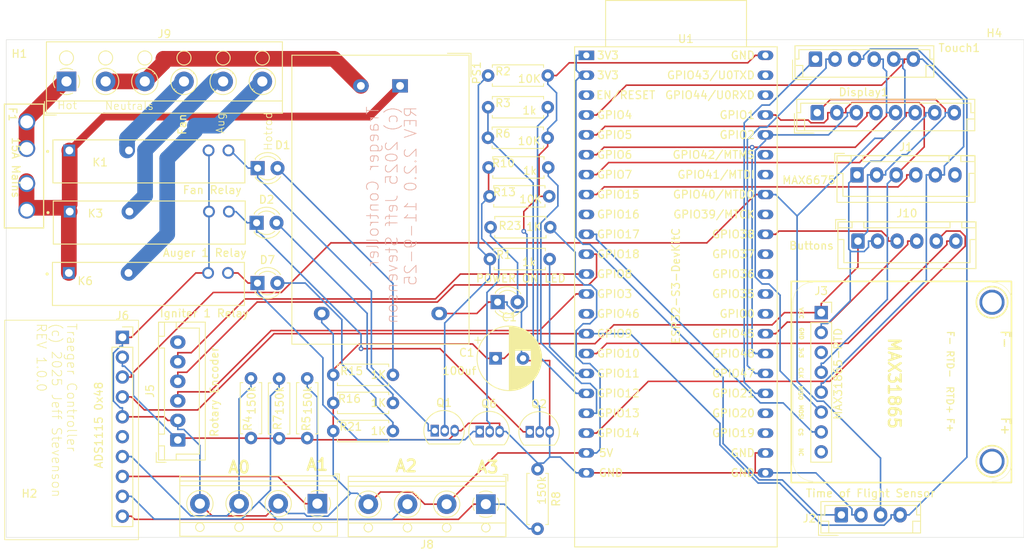
<source format=kicad_pcb>
(kicad_pcb (version 20240108) (generator "pcbnew") (generator_version "8.0")
  (layers (0 "F.Cu" signal) (31 "B.Cu" signal) (34 "B.Paste" user) (35 "F.Paste" user) (36 "B.SilkS" user "B.Silkscreen") (37 "F.SilkS" user "F.Silkscreen") (38 "B.Mask" user) (39 "F.Mask" user) (44 "Edge.Cuts" user))
  (net 0 "")
  (net 1 "PWR")
  (net 2 "FAN")
  (net 3 "GND")
  (net 4 "Net-(D1-K)")
  (net 5 "Net-(Q1-B)")
  (net 6 "Net-(D1-A)")
  (net 7 "Net-(Q2-B)")
  (net 8 "Net-(D2-A)")
  (net 9 "ADC1_A3")
  (net 10 "Net-(D2-K)")
  (net 11 "ADC1_A1")
  (net 13 "ADC1_A2")
  (net 14 "ADC1_A0")
  (net 15 "Net-(Q6-B)")
  (net 16 "AUG1")
  (net 17 "IGN1")
  (net 18 "R_AUG1")
  (net 19 "R_IGN1")
  (net 20 "Touch_T_IRQ")
  (net 21 "MOSI_SDI")
  (net 22 "CS_MAX6675")
  (net 23 "MISO_SDO")
  (net 25 "3V3")
  (net 26 "TEMP DOWN")
  (net 27 "POWER SW")
  (net 28 "SMOKE SW")
  (net 29 "TEMP UP")
  (net 31 "R_FANS")
  (net 32 "SDA")
  (net 33 "SCL")
  (net 34 "Touch_T_CS")
  (net 35 "Disp_SCK+Touch_CLK")
  (net 36 "Disp_D{slash}C")
  (net 37 "Disp_CS")
  (net 38 "Disp_RESET")
  (net 39 "MAX31865_CS")
  (net 41 "VCC")
  (net 42 "Net-(J9-Pin_1)")
  (net 45 "PWR-N")
  (net 47 "Net-(D7-K)")
  (net 48 "Net-(D7-A)")
  (net 56 "Rotarty - SW")
  (net 57 "Rotary pin_b")
  (net 58 "Rotary pin_a")
  (net 59 "Net-(D9-A)")
  (footprint "Resistor_THT:R_Axial_DIN0207_L6.3mm_D2.5mm_P7.62mm_Horizontal" (layer "F.Cu") (at 171.68 63.69)
    (property "Reference" "R6")
    (property "Value" "10K")
  )
  (footprint "MountingHole:MountingHole_3.2mm_M3" (layer "F.Cu") (at 113.12 111.64)
    (property "Reference" "H2")
    (property "Value" "MH")
  )
  (footprint "Fuse:Fuse Block 3544-2_KEYSTONE" (layer "F.Cu") (at 112.81 61.658 -90)
    (property "Reference" "F1")
    (property "Value" "15A Mains")
  )
  (footprint "LED_THT:LED_D3.0mm" (layer "F.Cu") (at 142.26 82.25)
    (property "Reference" "D7")
    (property "Value" "LED")
  )
  (footprint "LED_THT:LED_D3.0mm" (layer "F.Cu") (at 142.28 67.57)
    (property "Reference" "D1")
    (property "Value" "LED")
  )
  (footprint "Resistor_THT:R_Axial_DIN0207_L6.3mm_D2.5mm_P7.62mm_Horizontal" (layer "F.Cu") (at 179.63 75.12 180)
    (property "Reference" "R23")
    (property "Value" "1K")
  )
  (footprint "TerminalBlock_RND:TerminalBlock_RND_205-00014_1x04_P5.00mm_Horizontal" (layer "F.Cu") (at 149.91 110.44 180)
    (property "Reference" "J7" (hide yes))
    (property "Value" "Temp Sensors")
  )
  (footprint "Resistor_THT:R_Axial_DIN0207_L6.3mm_D2.5mm_P7.62mm_Horizontal" (layer "F.Cu") (at 151.93 97.565)
    (property "Reference" "R16")
    (property "Value" "1K")
  )
  (footprint "Connector_JST:JST_XH_B6B-XH-A_1x06_P2.50mm_Vertical" (layer "F.Cu") (at 132.09 102.3 90)
    (property "Reference" "J5")
    (property "Value" "Rotary Encoder")
  )
  (footprint "PCM_Espressif:ESP32-S3-DevKitC" (layer "F.Cu") (at 184.24 53.16)
    (property "Reference" "U1")
    (property "Value" "ESP32-S3-DevKitC")
  )
  (footprint "Connector_JST:JST_XH_B6B-XH-A_1x06_P2.50mm_Vertical" (layer "F.Cu") (at 218.79 68.43)
    (property "Reference" "J1")
    (property "Value" "MAX6675")
  )
  (footprint "Connector_PinSocket_2.54mm:PinSocket_1x10_P2.54mm_Vertical" (layer "F.Cu") (at 125.02 89.18)
    (property "Reference" "J6")
    (property "Value" "ADS1115 0x48")
  )
  (footprint "Relay_THT:RELAY_G3MB-202PDC5" (layer "F.Cu") (at 128.34 82.36)
    (property "Reference" "K6")
    (property "Value" "Igniter 1 Relay")
  )
  (footprint "MOUNTINGHOLE_2.5_PLATED" (layer "F.Cu") (at 236.02 105.0201 -90)
    (property "Reference" "U$19" (hide yes))
    (property "Value" "MOUNTINGHOLE2.5" (hide yes))
  )
  (footprint "Resistor_THT:R_Axial_DIN0207_L6.3mm_D2.5mm_P7.62mm_Horizontal" (layer "F.Cu") (at 141.43 102.05 90)
    (property "Reference" "R4" (hide yes))
    (property "Value" "150k")
  )
  (footprint "Resistor_THT:R_Axial_DIN0207_L6.3mm_D2.5mm_P7.62mm_Horizontal" (layer "F.Cu") (at 145.02 102.09 90)
    (property "Reference" "R7" (hide yes))
    (property "Value" "150k")
  )
  (footprint "Package_TO_SOT_THT:TO-92L_Inline" (layer "F.Cu") (at 170.627 101.22)
    (property "Reference" "Q6")
    (property "Value" "BC547")
  )
  (footprint "TerminalBlock_RND:TerminalBlock_RND_205-00005_1x06_P5.00mm_Horizontal" (layer "F.Cu") (at 117.88 56.49)
    (property "Reference" "J9")
    (property "Value" "Conn_01x06_Socket")
  )
  (footprint "MOUNTINGHOLE_2.5_PLATED" (layer "F.Cu") (at 236.02 84.7001 -90)
    (property "Reference" "U$18" (hide yes))
    (property "Value" "MOUNTINGHOLE2.5" (hide yes))
  )
  (footprint "Relay_THT:RELAY_G3MB-202PDC5" (layer "F.Cu") (at 128.45 74.52)
    (property "Reference" "K3")
    (property "Value" "Auger 1 Relay")
  )
  (footprint "Relay_THT:RELAY_G3MB-202PDC5" (layer "F.Cu") (at 128.4 66.71)
    (property "Reference" "K1")
    (property "Value" "Fan Relay")
  )
  (footprint "TerminalBlock_RND:TerminalBlock_RND_205-00014_1x04_P5.00mm_Horizontal" (layer "F.Cu") (at 171.41 110.5 180)
    (property "Reference" "J8")
    (property "Value" "Temp Sensors")
  )
  (footprint "Resistor_THT:R_Axial_DIN0207_L6.3mm_D2.5mm_P7.62mm_Horizontal" (layer "F.Cu") (at 171.7 55.74)
    (property "Reference" "R2")
    (property "Value" "10K")
  )
  (footprint "Connector_JST:JST_EH_B6B-EH-A_1x06_P2.50mm_Vertical" (layer "F.Cu") (at 213.48 53.64)
    (property "Reference" "Touch1")
    (property "Value" "Conn_01x06_Socket" (hide yes))
  )
  (footprint "LED_THT:LED_D3.0mm" (layer "F.Cu") (at 142.15 74.55)
    (property "Reference" "D2")
    (property "Value" "LED")
  )
  (footprint "Resistor_THT:R_Axial_DIN0207_L6.3mm_D2.5mm_P7.62mm_Horizontal" (layer "F.Cu") (at 151.93 101.155)
    (property "Reference" "R21")
    (property "Value" "1K")
  )
  (footprint "Resistor_THT:R_Axial_DIN0207_L6.3mm_D2.5mm_P7.62mm_Horizontal" (layer "F.Cu") (at 171.7 59.79)
    (property "Reference" "R3")
    (property "Value" "1k")
  )
  (footprint "Package_TO_SOT_THT:TO-92L_Inline" (layer "F.Cu") (at 177.017 101.26)
    (property "Reference" "Q2")
    (property "Value" "BC547")
  )
  (footprint "Connector_PinSocket_2.54mm:PinSocket_1x08_P2.54mm_Vertical" (layer "F.Cu") (at 214.22 86.03)
    (property "Reference" "J3")
    (property "Value" "MAX31865-RTD")
  )
  (footprint "Converter_ACDC:Converter_ACDC_Hi-Link_HLK-PMxx" (layer "F.Cu") (at 160.46 57.06 -90)
    (property "Reference" "PS1")
    (property "Value" "HLK-PM01" (hide yes))
  )
  (footprint "Package_TO_SOT_THT:TO-92L_Inline" (layer "F.Cu") (at 164.887 101.11)
    (property "Reference" "Q1")
    (property "Value" "BC547")
  )
  (footprint "Resistor_THT:R_Axial_DIN0207_L6.3mm_D2.5mm_P7.62mm_Horizontal" (layer "F.Cu") (at 178.01 106.03 -90)
    (property "Reference" "R8")
    (property "Value" "150k")
  )
  (footprint "MountingHole:MountingHole_3.2mm_M3" (layer "F.Cu") (at 112.87 55.05)
    (property "Reference" "H1")
    (property "Value" "MH")
  )
  (footprint "LED_THT:LED_D3.0mm" (layer "F.Cu") (at 172.92 84.68)
    (property "Reference" "D9" (hide yes))
    (property "Value" "POWER ON LED")
  )
  (footprint "Resistor_THT:R_Axial_DIN0207_L6.3mm_D2.5mm_P7.62mm_Horizontal" (layer "F.Cu") (at 171.76 67.48)
    (property "Reference" "R10")
    (property "Value" "1k")
  )
  (footprint "Resistor_THT:R_Axial_DIN0207_L6.3mm_D2.5mm_P7.62mm_Horizontal" (layer "F.Cu") (at 171.88 71.17)
    (property "Reference" "R13")
    (property "Value" "10K")
  )
  (footprint "Connector_JST:JST_EH_B8B-EH-A_1x08_P2.50mm_Vertical" (layer "F.Cu") (at 213.71 60.48)
    (property "Reference" "Display1")
    (property "Value" "Conn_01x08_Socket" (hide yes))
  )
  (footprint "Connector_JST:JST_EH_B4B-EH-A_1x04_P2.50mm_Vertical" (layer "F.Cu") (at 216.79 111.87)
    (property "Reference" "J2")
    (property "Value" "Time of Flight Sensor")
  )
  (footprint "Resistor_THT:R_Axial_DIN0207_L6.3mm_D2.5mm_P7.62mm_Horizontal" (layer "F.Cu") (at 151.93 93.975)
    (property "Reference" "R15")
    (property "Value" "1K")
  )
  (footprint "MountingHole:MountingHole_3.2mm_M3" (layer "F.Cu") (at 236.31 54.52)
    (property "Reference" "H4")
    (property "Value" "MH")
  )
  (footprint "MountingHole:MountingHole_3.2mm_M3" (layer "F.Cu") (at 236.64 111.53)
    (property "Reference" "H3" (hide yes))
    (property "Value" "MH" (hide yes))
  )
  (footprint "Resistor_THT:R_Axial_DIN0207_L6.3mm_D2.5mm_P7.62mm_Horizontal" (layer "F.Cu") (at 171.93 79.19)
    (property "Reference" "R1")
    (property "Value" "1k")
  )
  (footprint "Resistor_THT:R_Axial_DIN0207_L6.3mm_D2.5mm_P7.62mm_Horizontal" (layer "F.Cu") (at 148.61 102.06 90)
    (property "Reference" "R5" (hide yes))
    (property "Value" "150k")
  )
  (footprint "Connector_JST:JST_XH_B6B-XH-A_1x06_P2.50mm_Vertical" (layer "F.Cu") (at 218.91 76.89)
    (property "Reference" "J10")
    (property "Value" "Buttons")
  )
  (footprint "Capacitor_THT:CP_Radial_D8.0mm_P3.50mm" (layer "F.Cu") (at 172.6573 91.87)
    (property "Reference" "C1")
    (property "Value" "100uf")
  )
  (gr_rect (start 109.99 87) (end 127.07288 115.04288) (stroke (width 0.1)) (fill none) (layer "F.SilkS"))
  (gr_arc (start 238.560102 105.020102) (mid 237.816094 106.816094) (end 236.020102 107.560102) (stroke (width 0.05)) (layer "F.SilkS"))
  (gr_rect (start 210.399051 82.036153) (end 238.499051 107.736153) (stroke (width 0.2)) (fill none) (layer "F.SilkS"))
  (gr_arc (start 213.160102 107.560102) (mid 211.364019 106.816183) (end 210.620102 105.020102) (stroke (width 0.05)) (layer "F.SilkS"))
  (gr_arc (start 236.020102 82.160102) (mid 237.816122 82.904081) (end 238.560102 84.700102) (stroke (width 0.05)) (layer "F.SilkS"))
  (gr_line (start 210.620102 84.700102) (end 210.620102 105.020102) (stroke (width 0.05)) (layer "F.SilkS"))
  (gr_arc (start 210.620102 84.700102) (mid 211.364021 82.904021) (end 213.160102 82.160102) (stroke (width 0.05)) (layer "F.SilkS"))
  (gr_line (start 238.560102 105.020102) (end 238.560102 84.700102) (stroke (width 0.05)) (layer "F.SilkS"))
  (gr_rect (start 110.2 51.16) (end 240.1 114.75) (stroke (width 0.05)) (fill none) (layer "Edge.Cuts"))
  (gr_text "Traeger Controller\n(c) 2025 Jeff Stevenson\nREV 2.2.0 11-9-25" (at 162.69 59.57 90) (layer "B.SilkS") (effects (font (size 1.5 1.5) (thickness 0.1)) (justify left bottom mirror)))
  (gr_text "A2" (at 159.69 106.49 0) (layer "F.SilkS") (effects (font (size 1.5 1.5) (thickness 0.3) (bold yes)) (justify left bottom)))
  (gr_text "Neutrals" (at 122.72 60.2 0) (layer "F.SilkS") (effects (font (size 1 1) (thickness 0.1)) (justify left bottom)))
  (gr_text "3v3" (at 211.65 91.14 -90) (layer "F.SilkS") (effects (font (size 0.5 0.5) (thickness 0.125))))
  (gr_text "RTD+" (at 230.659051 97.186153 -90) (layer "F.SilkS") (effects (font (size 0.87376 0.87376) (thickness 0.14224))))
  (gr_text "Hotrod" (at 144.21 65.41 90) (layer "F.SilkS") (effects (font (size 1 1) (thickness 0.1)) (justify left bottom)))
  (gr_text "CLK" (at 211.636102 93.717102 -90) (layer "F.SilkS") (effects (font (size 0.5 0.5) (thickness 0.125))))
  (gr_text "RTD-" (at 230.689051 92.596153 -90) (layer "F.SilkS") (effects (font (size 0.87376 0.87376) (thickness 0.14224))))
  (gr_text "Aug" (at 138.11 63.22 90) (layer "F.SilkS") (effects (font (size 1 1) (thickness 0.1)) (justify left bottom)))
  (gr_text "MAX31865" (at 222.663702 89.069002 -90) (layer "F.SilkS") (effects (font (size 1.5 1.5) (thickness 0.3) (bold yes)) (justify left bottom)))
  (gr_text "NC" (at 211.643702 103.859002 -90) (layer "F.SilkS") (effects (font (size 0.5 0.5) (thickness 0.125))))
  (gr_text "Traeger Controller\n(c) 2025 Jeff Stevenson\nREV 1.0.0" (at 113.98 87.3 270) (layer "F.SilkS") (effects (font (size 1.2 1.2) (thickness 0.1)) (justify left bottom)))
  (gr_text "Hot" (at 116.64 60.12 0) (layer "F.SilkS") (effects (font (size 1 1) (thickness 0.1)) (justify left bottom)))
  (gr_text "CS" (at 211.593702 101.289002 -90) (layer "F.SilkS") (effects (font (size 0.5 0.5) (thickness 0.125))))
  (gr_text "F-" (at 230.709051 89.276153 -90) (layer "F.SilkS") (effects (font (size 0.8636 0.8636) (thickness 0.1524))))
  (gr_text "MOSI" (at 211.643702 98.729002 -90) (layer "F.SilkS") (effects (font (size 0.5 0.5) (thickness 0.125))))
  (gr_text "VCC" (at 211.673702 86.089002 -90) (layer "F.SilkS") (effects (font (size 0.5 0.5) (thickness 0.125))))
  (gr_text "F+" (at 237.743702 100.529002 -90) (layer "F.SilkS") (effects (font (size 1.0922 1.0922) (thickness 0.1778))))
  (gr_text "Fan" (at 133.24 63.41 90) (layer "F.SilkS") (effects (font (size 1 1)) (justify left bottom)))
  (gr_text "F+" (at 230.709051 100.396153 -90) (layer "F.SilkS") (effects (font (size 0.8636 0.8636) (thickness 0.1524))))
  (gr_text "A0" (at 138.36 106.66 0) (layer "F.SilkS") (effects (font (size 1.5 1.5) (thickness 0.3) (bold yes)) (justify left bottom)))
  (gr_text "MISO" (at 211.583702 96.279002 -90) (layer "F.SilkS") (effects (font (size 0.5 0.5) (thickness 0.125) (bold yes))))
  (gr_text "A1" (at 148.33 106.32 0) (layer "F.SilkS") (effects (font (size 1.5 1.5) (thickness 0.3) (bold yes)) (justify left bottom)))
  (gr_text "F-" (at 237.683702 89.439002 -90) (layer "F.SilkS") (effects (font (size 1.0922 1.0922) (thickness 0.1778))))
  (gr_text "GND" (at 211.7 88.71 -90) (layer "F.SilkS") (effects (font (size 0.5 0.5) (thickness 0.125))))
  (gr_text "A3" (at 170.09 106.65 0) (layer "F.SilkS") (effects (font (size 1.5 1.5) (thickness 0.3) (bold yes)) (justify left bottom)))
  (segment (start 113.118 72.632) (end 112.81 72.94) (width 0.2) (layer "F.Cu") (net 1))
  (segment (start 160.46 57.06) (end 156.54 60.98) (width 1) (layer "F.Cu") (net 1))
  (segment (start 118.29 65.36) (end 118.29 72.144) (width 2) (layer "F.Cu") (net 1))
  (segment (start 156.54 60.98) (end 122.67 60.98) (width 1) (layer "F.Cu") (net 1))
  (segment (start 112.81 70.899) (end 112.81 69.534) (width 0.2) (layer "F.Cu") (net 1))
  (segment (start 118.18 80.96) (end 118.18 73.23) (width 2) (layer "F.Cu") (net 1))
  (segment (start 112.78 72.632) (end 117.802 72.632) (width 2) (layer "F.Cu") (net 1))
  (segment (start 118.18 73.23) (end 118.29 73.12) (width 2) (layer "F.Cu") (net 1))
  (segment (start 118.29 65.36) (end 118.24 65.31) (width 2) (layer "F.Cu") (net 1))
  (segment (start 112.78 70.929) (end 112.81 70.899) (width 0.2) (layer "F.Cu") (net 1))
  (segment (start 112.78 69.226) (end 112.78 72.632) (width 2) (layer "F.Cu") (net 1))
  (segment (start 118.29 72.144) (end 117.802 72.632) (width 2) (layer "F.Cu") (net 1))
  (segment (start 117.802 72.632) (end 118.29 73.12) (width 0.2) (layer "F.Cu") (net 1))
  (segment (start 122.67 60.98) (end 118.29 65.36) (width 1) (layer "F.Cu") (net 1))
  (segment (start 125.614 64.533) (end 125.86 64.779) (width 0.2) (layer "B.Cu") (net 2))
  (segment (start 125.614 63.756) (end 125.614 64.533) (width 2) (layer "B.Cu") (net 2))
  (segment (start 132.88 56.49) (end 125.614 63.756) (width 2) (layer "B.Cu") (net 2))
  (segment (start 125.86 64.779) (end 125.86 65.31) (width 0.2) (layer "B.Cu") (net 2))
  (segment (start 125.614 64.533) (end 125.614 65.31) (width 2) (layer "B.Cu") (net 2))
  (segment (start 207.1 106.5) (end 205.798 106.5) (width 0.2) (layer "F.Cu") (net 3))
  (segment (start 145.02 102.09) (end 141.458 102.09) (width 0.2) (layer "F.Cu") (net 3))
  (segment (start 173.167 100.168) (end 173.167 101.22) (width 0.2) (layer "F.Cu") (net 3))
  (segment (start 184.2363 106.4973) (end 184.2363 106.497) (width 0.2) (layer "F.Cu") (net 3))
  (segment (start 167.84 101.11) (end 168.254 101.11) (width 0.2) (layer "F.Cu") (net 3))
  (segment (start 166.677 102.274) (end 148.794 102.274) (width 0.2) (layer "F.Cu") (net 3))
  (segment (start 205.798 103.96) (end 205.798 106.497) (width 0.2) (layer "F.Cu") (net 3))
  (segment (start 176.254 75.6353) (end 176.254 73.1203) (width 0.2) (layer "F.Cu") (net 3))
  (segment (start 176.254 73.1203) (end 178.204 71.17) (width 0.2) (layer "F.Cu") (net 3))
  (segment (start 132.328 102.062) (end 132.09 102.3) (width 0.2) (layer "F.Cu") (net 3))
  (segment (start 207.1 53.16) (end 205.798 53.16) (width 0.2) (layer "F.Cu") (net 3))
  (segment (start 178.204 65.8873) (end 179.3 64.7917) (width 0.2) (layer "F.Cu") (net 3))
  (segment (start 148.61 102.09) (end 145.02 102.09) (width 0.2) (layer "F.Cu") (net 3))
  (segment (start 182.046 54.1154) (end 180.422 55.74) (width 0.2) (layer "F.Cu") (net 3))
  (segment (start 148.794 102.274) (end 148.61 102.09) (width 0.2) (layer "F.Cu") (net 3))
  (segment (start 169.195 100.168) (end 173.167 100.168) (width 0.2) (layer "F.Cu") (net 3))
  (segment (start 179.557 92.1617) (end 179.557 101.26) (width 0.2) (layer "F.Cu") (net 3))
  (segment (start 171.718 84.68) (end 172.92 84.68) (width 0.2) (layer "F.Cu") (net 3))
  (segment (start 167.427 101.11) (end 167.84 101.11) (width 0.2) (layer "F.Cu") (net 3))
  (segment (start 141.43 102.062) (end 132.328 102.062) (width 0.2) (layer "F.Cu") (net 3))
  (segment (start 167.84 101.11) (end 166.677 102.274) (width 0.2) (layer "F.Cu") (net 3))
  (segment (start 204.843 54.1154) (end 182.046 54.1154) (width 0.2) (layer "F.Cu") (net 3))
  (segment (start 207.1 103.96) (end 205.798 103.96) (width 0.2) (layer "F.Cu") (net 3))
  (segment (start 176.449 92.1617) (end 179.557 92.1617) (width 0.2) (layer "F.Cu") (net 3))
  (segment (start 184.2363 106.497) (end 205.798 106.497) (width 0.2) (layer "F.Cu") (net 3))
  (segment (start 180.422 55.74) (end 179.32 55.74) (width 0.2) (layer "F.Cu") (net 3))
  (segment (start 184.236 106.497) (end 184.2363 106.497) (width 0.2) (layer "F.Cu") (net 3))
  (segment (start 176.157 91.87) (end 176.1572 91.8701) (width 0.2) (layer "F.Cu") (net 3))
  (segment (start 205.798 106.5) (end 205.798 106.497) (width 0.2) (layer "F.Cu") (net 3))
  (segment (start 168.254 101.11) (end 169.195 100.168) (width 0.2) (layer "F.Cu") (net 3))
  (segment (start 170.258 86.14) (end 171.718 84.68) (width 0.2) (layer "F.Cu") (net 3))
  (segment (start 176.1572 91.8701) (end 176.449 92.1617) (width 0.2) (layer "F.Cu") (net 3))
  (segment (start 165.46 86.14) (end 170.258 86.14) (width 0.2) (layer "F.Cu") (net 3))
  (segment (start 178.204 71.17) (end 178.204 65.8873) (width 0.2) (layer "F.Cu") (net 3))
  (segment (start 179.5 71.17) (end 178.204 71.17) (width 0.2) (layer "F.Cu") (net 3))
  (segment (start 176.1573 91.87) (end 176.1572 91.8701) (width 0.2) (layer "F.Cu") (net 3))
  (segment (start 141.458 102.09) (end 141.43 102.062) (width 0.2) (layer "F.Cu") (net 3))
  (segment (start 148.61 102.09) (end 148.61 102.06) (width 0.2) (layer "F.Cu") (net 3))
  (segment (start 179.3 64.7917) (end 179.3 63.69) (width 0.2) (layer "F.Cu") (net 3))
  (segment (start 141.43 102.05) (end 141.43 102.062) (width 0.2) (layer "F.Cu") (net 3))
  (segment (start 205.798 53.16) (end 204.843 54.1154) (width 0.2) (layer "F.Cu") (net 3))
  (via (at 176.254 75.6353) (size 0.6) (drill 0.3) (layers "F.Cu" "B.Cu") (net 3))
  (segment (start 174.122 84.68) (end 174.122 85.0555) (width 0.2) (layer "B.Cu") (net 3))
  (segment (start 220.258 76.89) (end 221.41 76.89) (width 0.2) (layer "B.Cu") (net 3))
  (segment (start 132.09 102.3) (end 126.41 96.6198) (width 0.2) (layer "B.Cu") (net 3))
  (segment (start 213.536 106.5) (end 218.138 111.103) (width 0.2) (layer "B.Cu") (net 3))
  (segment (start 214.22 88.57) (end 214.22 87.4183) (width 0.2) (layer "B.Cu") (net 3))
  (segment (start 227.558 60.48) (end 227.558 60.9119) (width 0.2) (layer "B.Cu") (net 3))
  (segment (start 178.784 105.256) (end 178.03 105.256) (width 0.2) (layer "B.Cu") (net 3))
  (segment (start 126.41 93.993) (end 125.288 92.8717) (width 0.2) (layer "B.Cu") (net 3))
  (segment (start 180.436 57.9577) (end 180.436 61.4523) (width 0.2) (layer "B.Cu") (net 3))
  (segment (start 180.92 104.483) (end 179.557 104.483) (width 0.2) (layer "B.Cu") (net 3))
  (segment (start 227.558 60.9119) (end 221.784 66.6865) (width 0.2) (layer "B.Cu") (net 3))
  (segment (start 182.935 106.497) (end 180.92 104.483) (width 0.2) (layer "B.Cu") (net 3))
  (segment (start 176.662 85.2441) (end 176.662 76.0429) (width 0.2) (layer "B.Cu") (net 3))
  (segment (start 184.236 106.497) (end 182.935 106.497) (width 0.2) (layer "B.Cu") (net 3))
  (segment (start 179.32 56.8417) (end 180.436 57.9577) (width 0.2) (layer "B.Cu") (net 3))
  (segment (start 217.734 77.9032) (end 217.9259 78.0949) (width 0.2) (layer "B.Cu") (net 3))
  (segment (start 179.557 104.483) (end 178.784 105.256) (width 0.2) (layer "B.Cu") (net 3))
  (segment (start 218.138 111.103) (end 218.138 111.87) (width 0.2) (layer "B.Cu") (net 3))
  (segment (start 179.557 101.26) (end 179.557 104.483) (width 0.2) (layer "B.Cu") (net 3))
  (segment (start 217.9259 78.0949) (end 218.055 78.2239) (width 0.2) (layer "B.Cu") (net 3))
  (segment (start 215.0345 87.4183) (end 214.22 87.4183) (width 0.2) (layer "B.Cu") (net 3))
  (segment (start 207.1 106.5) (end 213.536 106.5) (width 0.2) (layer "B.Cu") (net 3))
  (segment (start 217.9259 84.5269) (end 215.0345 87.4183) (width 0.2) (layer "B.Cu") (net 3))
  (segment (start 125.288 92.8717) (end 125.02 92.8717) (width 0.2) (layer "B.Cu") (net 3))
  (segment (start 221.784 66.6865) (end 220.534 66.6865) (width 0.2) (layer "B.Cu") (net 3))
  (segment (start 219.692 78.2239) (end 220.258 77.6574) (width 0.2) (layer "B.Cu") (net 3))
  (segment (start 179.32 55.74) (end 179.32 56.8417) (width 0.2) (layer "B.Cu") (net 3))
  (segment (start 220.534 66.6865) (end 218.79 68.43) (width 0.2) (layer "B.Cu") (net 3))
  (segment (start 178.03 105.256) (end 178.03 106.01) (width 0.2) (layer "B.Cu") (net 3))
  (segment (start 184.2363 106.4973) (end 184.236 106.497) (width 0.2) (layer "B.Cu") (net 3))
  (segment (start 173.994 101.22) (end 173.167 101.22) (width 0.2) (layer "B.Cu") (net 3))
  (segment (start 218.138 111.87) (end 219.29 111.87) (width 0.2) (layer "B.Cu") (net 3))
  (segment (start 175.956 85.9502) (end 176.662 85.2441) (width 0.2) (layer "B.Cu") (net 3))
  (segment (start 180.436 61.4523) (end 179.3 62.5883) (width 0.2) (layer "B.Cu") (net 3))
  (segment (start 176.157 91.87) (end 175.956 91.6683) (width 0.2) (layer "B.Cu") (net 3))
  (segment (start 218.79 68.43) (end 217.734 69.4861) (width 0.2) (layer "B.Cu") (net 3))
  (segment (start 176.1573 91.87) (end 176.157 91.87) (width 0.2) (layer "B.Cu") (net 3))
  (segment (start 179.3 62.5883) (end 179.3 63.69) (width 0.2) (layer "B.Cu") (net 3))
  (segment (start 126.41 96.6198) (end 126.41 93.993) (width 0.2) (layer "B.Cu") (net 3))
  (segment (start 172.92 84.68) (end 174.122 84.68) (width 0.2) (layer "B.Cu") (net 3))
  (segment (start 175.016 85.9502) (end 175.956 85.9502) (width 0.2) (layer "B.Cu") (net 3))
  (segment (start 125.02 92.8717) (end 125.02 91.72) (width 0.2) (layer "B.Cu") (net 3))
  (segment (start 178.03 106.01) (end 178.01 106.03) (width 0.2) (layer "B.Cu") (net 3))
  (segment (start 220.258 77.6574) (end 220.258 76.89) (width 0.2) (layer "B.Cu") (net 3))
  (segment (start 217.734 69.4861) (end 217.734 77.9032) (width 0.2) (layer "B.Cu") (net 3))
  (segment (start 228.71 60.48) (end 227.558 60.48) (width 0.2) (layer "B.Cu") (net 3))
  (segment (start 218.055 78.2239) (end 219.692 78.2239) (width 0.2) (layer "B.Cu") (net 3))
  (segment (start 217.9259 78.0949) (end 217.9259 84.5269) (width 0.2) (layer "B.Cu") (net 3))
  (segment (start 176.662 76.0429) (end 176.254 75.6353) (width 0.2) (layer "B.Cu") (net 3))
  (segment (start 175.956 91.6683) (end 175.956 85.9502) (width 0.2) (layer "B.Cu") (net 3))
  (segment (start 178.03 105.256) (end 173.994 101.22) (width 0.2) (layer "B.Cu") (net 3))
  (segment (start 174.122 85.0555) (end 175.016 85.9502) (width 0.2) (layer "B.Cu") (net 3))
  (segment (start 164.06 101.11) (end 164.06 100.283) (width 0.2) (layer "B.Cu") (net 4))
  (segment (start 141.078 67.57) (end 142.28 67.57) (width 0.2) (layer "B.Cu") (net 4))
  (segment (start 138.56 65.31) (end 138.818 65.31) (width 0.2) (layer "B.Cu") (net 4))
  (segment (start 156.802 93.0254) (end 156.802 83.2941) (width 0.2) (layer "B.Cu") (net 4))
  (segment (start 156.802 83.2941) (end 142.28 68.7717) (width 0.2) (layer "B.Cu") (net 4))
  (segment (start 164.887 101.11) (end 164.06 101.11) (width 0.2) (layer "B.Cu") (net 4))
  (segment (start 138.818 65.31) (end 141.078 67.57) (width 0.2) (layer "B.Cu") (net 4))
  (segment (start 142.28 68.7717) (end 142.28 67.57) (width 0.2) (layer "B.Cu") (net 4))
  (segment (start 164.06 100.283) (end 156.802 93.0254) (width 0.2) (layer "B.Cu") (net 4))
  (segment (start 166.157 87.3612) (end 166.157 101.11) (width 0.2) (layer "B.Cu") (net 5))
  (segment (start 171.93 81.5882) (end 166.157 87.3612) (width 0.2) (layer "B.Cu") (net 5))
  (segment (start 170.459 77.7186) (end 171.93 79.19) (width 0.2) (layer "B.Cu") (net 5))
  (segment (start 170.459 56.9814) (end 170.459 77.7186) (width 0.2) (layer "B.Cu") (net 5))
  (segment (start 171.93 79.19) (end 171.93 81.5882) (width 0.2) (layer "B.Cu") (net 5))
  (segment (start 171.7 55.74) (end 170.459 56.9814) (width 0.2) (layer "B.Cu") (net 5))
  (segment (start 159.55 93.975) (end 159.55 82.3) (width 0.2) (layer "B.Cu") (net 6))
  (segment (start 159.55 82.3) (end 144.82 67.57) (width 0.2) (layer "B.Cu") (net 6))
  (segment (start 171.68 63.69) (end 177.456 69.4664) (width 0.2) (layer "B.Cu") (net 7))
  (segment (start 178.287 98.0407) (end 178.287 101.26) (width 0.2) (layer "B.Cu") (net 7))
  (segment (start 177.456 69.4664) (end 177.456 97.2101) (width 0.2) (layer "B.Cu") (net 7))
  (segment (start 171.7 59.79) (end 171.68 59.81) (width 0.2) (layer "B.Cu") (net 7))
  (segment (start 171.68 59.81) (end 171.68 63.69) (width 0.2) (layer "B.Cu") (net 7))
  (segment (start 177.456 97.2101) (end 178.287 98.0407) (width 0.2) (layer "B.Cu") (net 7))
  (segment (start 156.259 93.1725) (end 159.55 96.4633) (width 0.2) (layer "B.Cu") (net 8))
  (segment (start 159.55 96.4633) (end 159.55 97.565) (width 0.2) (layer "B.Cu") (net 8))
  (segment (start 144.69 74.55) (end 156.259 86.1192) (width 0.2) (layer "B.Cu") (net 8))
  (segment (start 156.259 86.1192) (end 156.259 93.1725) (width 0.2) (layer "B.Cu") (net 8))
  (segment (start 171.41 110.5) (end 169.858 110.5) (width 0.2) (layer "F.Cu") (net 9))
  (segment (start 169.858 110.5) (end 167.92 112.438) (width 0.2) (layer "F.Cu") (net 9))
  (segment (start 126.57 112.438) (end 126.172 112.04) (width 0.2) (layer "F.Cu") (net 9))
  (segment (start 126.172 112.04) (end 125.02 112.04) (width 0.2) (layer "F.Cu") (net 9))
  (segment (start 167.92 112.438) (end 126.57 112.438) (width 0.2) (layer "F.Cu") (net 9))
  (segment (start 171.41 110.5) (end 173.758 110.5) (width 0.2) (layer "B.Cu") (net 9))
  (segment (start 176.908 113.65) (end 178.01 113.65) (width 0.2) (layer "B.Cu") (net 9))
  (segment (start 173.758 110.5) (end 176.908 113.65) (width 0.2) (layer "B.Cu") (net 9))
  (segment (start 165.567 90.6368) (end 155.481 90.6368) (width 0.2) (layer "F.Cu") (net 10))
  (segment (start 176.19 101.26) (end 165.567 90.6368) (width 0.2) (layer "F.Cu") (net 10))
  (segment (start 177.017 101.26) (end 176.19 101.26) (width 0.2) (layer "F.Cu") (net 10))
  (via (at 155.481 90.6368) (size 0.6) (drill 0.3) (layers "F.Cu" "B.Cu") (net 10))
  (segment (start 155.481 90.6368) (end 155.481 88.7971) (width 0.2) (layer "B.Cu") (net 10))
  (segment (start 142.435 75.7517) (end 142.15 75.7517) (width 0.2) (layer "B.Cu") (net 10))
  (segment (start 142.15 75.7517) (end 142.15 74.55) (width 0.2) (layer "B.Cu") (net 10))
  (segment (start 138.61 73.12) (end 139.518 73.12) (width 0.2) (layer "B.Cu") (net 10))
  (segment (start 139.518 73.12) (end 140.948 74.55) (width 0.2) (layer "B.Cu") (net 10))
  (segment (start 140.948 74.55) (end 142.15 74.55) (width 0.2) (layer "B.Cu") (net 10))
  (segment (start 155.481 88.7971) (end 142.435 75.7517) (width 0.2) (layer "B.Cu") (net 10))
  (segment (start 144.878 106.96) (end 148.358 110.44) (width 0.2) (layer "F.Cu") (net 11))
  (segment (start 148.358 110.44) (end 149.91 110.44) (width 0.2) (layer "F.Cu") (net 11))
  (segment (start 125.02 106.96) (end 144.878 106.96) (width 0.2) (layer "F.Cu") (net 11))
  (segment (start 149.91 96.8417) (end 149.91 110.44) (width 0.2) (layer "B.Cu") (net 11))
  (segment (start 148.61 94.44) (end 148.61 95.5417) (width 0.2) (layer "B.Cu") (net 11))
  (segment (start 148.61 95.5417) (end 149.91 96.8417) (width 0.2) (layer "B.Cu") (net 11))
  (segment (start 142.452 110.177) (end 144.727 112.453) (width 0.2) (layer "B.Cu") (net 13))
  (segment (start 159.457 112.453) (end 161.41 110.5) (width 0.2) (layer "B.Cu") (net 13))
  (segment (start 142.452 110.177) (end 140.228 112.401) (width 0.2) (layer "B.Cu") (net 13))
  (segment (start 129.073 112.401) (end 126.172 109.5) (width 0.2) (layer "B.Cu") (net 13))
  (segment (start 140.228 112.401) (end 129.073 112.401) (width 0.2) (layer "B.Cu") (net 13))
  (segment (start 145.02 94.47) (end 145.02 95.5717) (width 0.2) (layer "B.Cu") (net 13))
  (segment (start 126.172 109.5) (end 125.02 109.5) (width 0.2) (layer "B.Cu") (net 13))
  (segment (start 145.02 95.5717) (end 143.918 96.6734) (width 0.2) (layer "B.Cu") (net 13))
  (segment (start 144.727 112.453) (end 159.457 112.453) (width 0.2) (layer "B.Cu") (net 13))
  (segment (start 143.918 96.6734) (end 143.918 108.711) (width 0.2) (layer "B.Cu") (net 13))
  (segment (start 143.918 108.711) (end 142.452 110.177) (width 0.2) (layer "B.Cu") (net 13))
  (segment (start 139.91 97.0517) (end 139.91 110.44) (width 0.2) (layer "B.Cu") (net 14))
  (segment (start 141.43 95.5317) (end 139.91 97.0517) (width 0.2) (layer "B.Cu") (net 14))
  (segment (start 133.744 111.992) (end 126.172 104.42) (width 0.2) (layer "B.Cu") (net 14))
  (segment (start 126.172 104.42) (end 125.02 104.42) (width 0.2) (layer "B.Cu") (net 14))
  (segment (start 141.43 94.43) (end 141.43 95.5317) (width 0.2) (layer "B.Cu") (net 14))
  (segment (start 139.91 110.44) (end 138.358 111.992) (width 0.2) (layer "B.Cu") (net 14))
  (segment (start 138.358 111.992) (end 133.744 111.992) (width 0.2) (layer "B.Cu") (net 14))
  (segment (start 171.88 71.17) (end 171.76 71.05) (width 0.2) (layer "F.Cu") (net 15))
  (segment (start 171.76 71.05) (end 171.76 67.48) (width 0.2) (layer "F.Cu") (net 15))
  (segment (start 173.049 81.9565) (end 173.049 78.7292) (width 0.2) (layer "B.Cu") (net 15))
  (segment (start 170.885 72.1649) (end 171.88 71.17) (width 0.2) (layer "B.Cu") (net 15))
  (segment (start 170.885 76.5651) (end 170.885 72.1649) (width 0.2) (layer "B.Cu") (net 15))
  (segment (start 171.556 83.4501) (end 173.049 81.9565) (width 0.2) (layer "B.Cu") (net 15))
  (segment (start 173.049 78.7292) (end 170.885 76.5651) (width 0.2) (layer "B.Cu") (net 15))
  (segment (start 171.897 101.22) (end 171.897 100.168) (width 0.2) (layer "B.Cu") (net 15))
  (segment (start 171.556 99.8269) (end 171.556 83.4501) (width 0.2) (layer "B.Cu") (net 15))
  (segment (start 171.897 100.168) (end 171.556 99.8269) (width 0.2) (layer "B.Cu") (net 15))
  (segment (start 137.88 56.49) (end 136.687 56.49) (width 2) (layer "B.Cu") (net 16))
  (segment (start 136.687 56.49) (end 127.914 65.2633) (width 2) (layer "B.Cu") (net 16))
  (segment (start 127.914 65.2633) (end 127.914 71.116) (width 2) (layer "B.Cu") (net 16))
  (segment (start 127.914 71.116) (end 125.91 73.12) (width 2) (layer "B.Cu") (net 16))
  (segment (start 134.29 62.14) (end 134.29 62.79) (width 2) (layer "B.Cu") (net 17))
  (segment (start 134.29 62.79) (end 130.74 66.34) (width 2) (layer "B.Cu") (net 17))
  (segment (start 130.74 76.02) (end 125.8 80.96) (width 2) (layer "B.Cu") (net 17))
  (segment (start 130.74 66.34) (end 130.74 76.02) (width 2) (layer "B.Cu") (net 17))
  (segment (start 142.88 56.49) (end 137.23 62.14) (width 2) (layer "B.Cu") (net 17))
  (segment (start 137.23 62.14) (end 134.29 62.14) (width 2) (layer "B.Cu") (net 17))
  (segment (start 178.011 62.201) (end 179.32 60.8917) (width 0.2) (layer "B.Cu") (net 18))
  (segment (start 182.938 96.34) (end 178.011 91.4124) (width 0.2) (layer "B.Cu") (net 18))
  (segment (start 184.24 96.34) (end 182.938 96.34) (width 0.2) (layer "B.Cu") (net 18))
  (segment (start 179.32 60.8917) (end 179.32 59.79) (width 0.2) (layer "B.Cu") (net 18))
  (segment (start 178.011 91.4124) (end 178.011 62.201) (width 0.2) (layer "B.Cu") (net 18))
  (segment (start 184.24 98.88) (end 185.542 98.88) (width 0.2) (layer "B.Cu") (net 19))
  (segment (start 184.705 95.07) (end 183.631 95.07) (width 0.2) (layer "B.Cu") (net 19))
  (segment (start 183.631 95.07) (end 178.437 89.8757) (width 0.2) (layer "B.Cu") (net 19))
  (segment (start 185.542 95.9066) (end 184.705 95.07) (width 0.2) (layer "B.Cu") (net 19))
  (segment (start 178.437 74.576) (end 180.606 72.4075) (width 0.2) (layer "B.Cu") (net 19))
  (segment (start 179.38 68.5817) (end 179.38 67.48) (width 0.2) (layer "B.Cu") (net 19))
  (segment (start 180.606 69.8073) (end 179.38 68.5817) (width 0.2) (layer "B.Cu") (net 19))
  (segment (start 178.437 89.8757) (end 178.437 74.576) (width 0.2) (layer "B.Cu") (net 19))
  (segment (start 180.606 72.4075) (end 180.606 69.8073) (width 0.2) (layer "B.Cu") (net 19))
  (segment (start 185.542 98.88) (end 185.542 95.9066) (width 0.2) (layer "B.Cu") (net 19))
  (segment (start 204.793 63.9209) (end 204.793 92.7944) (width 0.2) (layer "B.Cu") (net 20))
  (segment (start 206.373 62.3402) (end 204.793 63.9209) (width 0.2) (layer "B.Cu") (net 20))
  (segment (start 215.98 53.64) (end 214.828 53.64) (width 0.2) (layer "B.Cu") (net 20))
  (segment (start 214.828 54.7917) (end 207.28 62.3402) (width 0.2) (layer "B.Cu") (net 20))
  (segment (start 214.828 53.64) (end 214.828 54.7917) (width 0.2) (layer "B.Cu") (net 20))
  (segment (start 205.798 93.8) (end 207.1 93.8) (width 0.2) (layer "B.Cu") (net 20))
  (segment (start 204.793 92.7944) (end 205.798 93.8) (width 0.2) (layer "B.Cu") (net 20))
  (segment (start 207.28 62.3402) (end 206.373 62.3402) (width 0.2) (layer "B.Cu") (net 20))
  (segment (start 205.798 65.3473) (end 207.1 64.0456) (width 0.2) (layer "B.Cu") (net 21))
  (segment (start 207.1 64.0456) (end 207.1 63.32) (width 0.2) (layer "B.Cu") (net 21))
  (segment (start 207.543 82.37) (end 206.685 82.37) (width 0.2) (layer "B.Cu") (net 21))
  (segment (start 218.71 60.48) (end 217.558 60.48) (width 0.2) (layer "B.Cu") (net 21))
  (segment (start 217.558 60.48) (end 217.558 60.9119) (width 0.2) (layer "B.Cu") (net 21))
  (segment (start 206.685 82.37) (end 205.798 81.4832) (width 0.2) (layer "B.Cu") (net 21))
  (segment (start 215.15 63.32) (end 207.1 63.32) (width 0.2) (layer "B.Cu") (net 21))
  (segment (start 208.97 93.4796) (end 208.97 83.797) (width 0.2) (layer "B.Cu") (net 21))
  (segment (start 205.798 81.4832) (end 205.798 65.3473) (width 0.2) (layer "B.Cu") (net 21))
  (segment (start 208.97 83.797) (end 207.543 82.37) (width 0.2) (layer "B.Cu") (net 21))
  (segment (start 217.558 60.9119) (end 215.15 63.32) (width 0.2) (layer "B.Cu") (net 21))
  (segment (start 214.22 98.73) (end 208.97 93.4796) (width 0.2) (layer "B.Cu") (net 21))
  (segment (start 224.036 69.9637) (end 186.518 69.9637) (width 0.2) (layer "F.Cu") (net 22))
  (segment (start 225.138 68.43) (end 225.138 68.8619) (width 0.2) (layer "F.Cu") (net 22))
  (segment (start 225.138 68.8619) (end 224.036 69.9637) (width 0.2) (layer "F.Cu") (net 22))
  (segment (start 186.518 69.9637) (end 185.542 70.94) (width 0.2) (layer "F.Cu") (net 22))
  (segment (start 185.542 70.94) (end 184.24 70.94) (width 0.2) (layer "F.Cu") (net 22))
  (segment (start 226.29 68.43) (end 225.138 68.43) (width 0.2) (layer "F.Cu") (net 22))
  (segment (start 184.24 60.78) (end 185.542 60.78) (width 0.2) (layer "F.Cu") (net 23))
  (segment (start 224.828 53.64) (end 225.98 53.64) (width 0.2) (layer "F.Cu") (net 23))
  (segment (start 189.352 56.97) (end 221.93 56.97) (width 0.2) (layer "F.Cu") (net 23))
  (segment (start 221.93 56.97) (end 224.828 54.0719) (width 0.2) (layer "F.Cu") (net 23))
  (segment (start 224.828 54.0719) (end 224.828 53.64) (width 0.2) (layer "F.Cu") (net 23))
  (segment (start 185.542 60.78) (end 189.352 56.97) (width 0.2) (layer "F.Cu") (net 23))
  (segment (start 228.79 68.43) (end 227.638 68.43) (width 0.2) (layer "B.Cu") (net 23))
  (segment (start 214.22 95.0383) (end 214.22 96.19) (width 0.2) (layer "B.Cu") (net 23))
  (segment (start 227.638 81.8647) (end 214.465 95.0383) (width 0.2) (layer "B.Cu") (net 23))
  (segment (start 232.399 58.9076) (end 232.399 64.8207) (width 0.2) (layer "B.Cu") (net 23))
  (segment (start 229.942 68.43) (end 228.79 68.43) (width 0.2) (layer "B.Cu") (net 23))
  (segment (start 225.98 53.64) (end 227.132 53.64) (width 0.2) (layer "B.Cu") (net 23))
  (segment (start 227.132 53.64) (end 232.399 58.9076) (width 0.2) (layer "B.Cu") (net 23))
  (segment (start 214.465 95.0383) (end 214.22 95.0383) (width 0.2) (layer "B.Cu") (net 23))
  (segment (start 229.942 67.2783) (end 229.942 68.43) (width 0.2) (layer "B.Cu") (net 23))
  (segment (start 232.399 64.8207) (end 229.942 67.2783) (width 0.2) (layer "B.Cu") (net 23))
  (segment (start 227.638 68.43) (end 227.638 81.8647) (width 0.2) (layer "B.Cu") (net 23))
  (segment (start 182.938 55.0491) (end 183.589 55.7) (width 0.2) (layer "B.Cu") (net 25))
  (segment (start 201.693 102.766) (end 206.327 107.4) (width 0.2) (layer "B.Cu") (net 25))
  (segment (start 182.906 76.3951) (end 183.801 77.29) (width 0.2) (layer "B.Cu") (net 25))
  (segment (start 183.589 55.7) (end 182.906 56.3829) (width 0.2) (layer "B.Cu") (net 25))
  (segment (start 209.26 107.4) (end 213.73 111.87) (width 0.2) (layer "B.Cu") (net 25))
  (segment (start 206.327 107.4) (end 209.26 107.4) (width 0.2) (layer "B.Cu") (net 25))
  (segment (start 183.801 77.29) (end 184.683 77.29) (width 0.2) (layer "B.Cu") (net 25))
  (segment (start 184.24 53.16) (end 182.938 53.16) (width 0.2) (layer "B.Cu") (net 25))
  (segment (start 184.683 77.29) (end 201.693 94.3002) (width 0.2) (layer "B.Cu") (net 25))
  (segment (start 184.24 55.7) (end 183.589 55.7) (width 0.2) (layer "B.Cu") (net 25))
  (segment (start 201.693 94.3002) (end 201.693 102.766) (width 0.2) (layer "B.Cu") (net 25))
  (segment (start 213.73 111.87) (end 216.79 111.87) (width 0.2) (layer "B.Cu") (net 25))
  (segment (start 182.906 56.3829) (end 182.906 76.3951) (width 0.2) (layer "B.Cu") (net 25))
  (segment (start 182.938 53.16) (end 182.938 55.0491) (width 0.2) (layer "B.Cu") (net 25))
  (segment (start 207.1 76.02) (end 208.402 76.02) (width 0.2) (layer "F.Cu") (net 26))
  (segment (start 208.402 76.02) (end 208.812 75.61) (width 0.2) (layer "F.Cu") (net 26))
  (segment (start 222.758 76.89) (end 223.91 76.89) (width 0.2) (layer "F.Cu") (net 26))
  (segment (start 222.758 76.4581) (end 222.758 76.89) (width 0.2) (layer "F.Cu") (net 26))
  (segment (start 208.812 75.61) (end 221.91 75.61) (width 0.2) (layer "F.Cu") (net 26))
  (segment (start 221.91 75.61) (end 222.758 76.4581) (width 0.2) (layer "F.Cu") (net 26))
  (segment (start 230.258 77.3385) (end 217.642 89.9551) (width 0.2) (layer "F.Cu") (net 27))
  (segment (start 217.642 89.9551) (end 186.847 89.9551) (width 0.2) (layer "F.Cu") (net 27))
  (segment (start 231.41 76.89) (end 230.258 76.89) (width 0.2) (layer "F.Cu") (net 27))
  (segment (start 230.258 76.89) (end 230.258 77.3385) (width 0.2) (layer "F.Cu") (net 27))
  (segment (start 186.847 89.9551) (end 185.542 91.26) (width 0.2) (layer "F.Cu") (net 27))
  (segment (start 185.542 91.26) (end 184.24 91.26) (width 0.2) (layer "F.Cu") (net 27))
  (segment (start 228.91 76.89) (end 230.195 75.6053) (width 0.2) (layer "F.Cu") (net 28))
  (segment (start 184.2366 101.417) (end 184.236 101.417) (width 0.2) (layer "F.Cu") (net 28))
  (segment (start 185.538 101.417) (end 184.2366 101.417) (width 0.2) (layer "F.Cu") (net 28))
  (segment (start 192.145 94.8107) (end 185.538 101.417) (width 0.2) (layer "F.Cu") (net 28))
  (segment (start 231.938 75.6053) (end 232.597 76.2636) (width 0.2) (layer "F.Cu") (net 28))
  (segment (start 184.2366 101.417) (end 184.2363 101.4173) (width 0.2) (layer "F.Cu") (net 28))
  (segment (start 215.312 94.8107) (end 192.145 94.8107) (width 0.2) (layer "F.Cu") (net 28))
  (segment (start 230.195 75.6053) (end 231.938 75.6053) (width 0.2) (layer "F.Cu") (net 28))
  (segment (start 232.597 77.5265) (end 215.312 94.8107) (width 0.2) (layer "F.Cu") (net 28))
  (segment (start 232.597 76.2636) (end 232.597 77.5265) (width 0.2) (layer "F.Cu") (net 28))
  (segment (start 207.1 88.72) (end 208.402 88.72) (width 0.2) (layer "F.Cu") (net 29))
  (segment (start 215.34 87.24) (end 225.258 77.3219) (width 0.2) (layer "F.Cu") (net 29))
  (segment (start 225.258 76.89) (end 226.41 76.89) (width 0.2) (layer "F.Cu") (net 29))
  (segment (start 225.258 77.3219) (end 225.258 76.89) (width 0.2) (layer "F.Cu") (net 29))
  (segment (start 208.402 88.72) (end 209.882 87.24) (width 0.2) (layer "F.Cu") (net 29))
  (segment (start 209.882 87.24) (end 215.34 87.24) (width 0.2) (layer "F.Cu") (net 29))
  (segment (start 184.24 93.8) (end 182.938 93.8) (width 0.2) (layer "B.Cu") (net 31))
  (segment (start 182.938 93.8) (end 179.55 90.4117) (width 0.2) (layer "B.Cu") (net 31))
  (segment (start 179.55 90.4117) (end 179.55 79.19) (width 0.2) (layer "B.Cu") (net 31))
  (segment (start 184.24 88.72) (end 144.372 88.72) (width 0.2) (layer "F.Cu") (net 32))
  (segment (start 134.632 98.4599) (end 127.832 98.4599) (width 0.2) (layer "F.Cu") (net 32))
  (segment (start 127.832 98.4599) (end 126.172 96.8) (width 0.2) (layer "F.Cu") (net 32))
  (segment (start 144.372 88.72) (end 134.632 98.4599) (width 0.2) (layer "F.Cu") (net 32))
  (segment (start 126.172 96.8) (end 125.02 96.8) (width 0.2) (layer "F.Cu") (net 32))
  (segment (start 232.813 104.499) (end 225.442 111.87) (width 0.2) (layer "B.Cu") (net 32))
  (segment (start 189.84 88.72) (end 201.293 100.173) (width 0.2) (layer "B.Cu") (net 32))
  (segment (start 223.138 112.302) (end 223.138 111.87) (width 0.2) (layer "B.Cu") (net 32))
  (segment (start 206.162 107.8) (end 208.92 107.8) (width 0.2) (layer "B.Cu") (net 32))
  (segment (start 220.481 52.3584) (end 226.528 52.3584) (width 0.2) (layer "B.Cu") (net 32))
  (segment (start 222.26 113.18) (end 223.138 112.302) (width 0.2) (layer "B.Cu") (net 32))
  (segment (start 184.24 88.72) (end 189.84 88.72) (width 0.2) (layer "B.Cu") (net 32))
  (segment (start 226.528 52.3584) (end 232.813 58.6432) (width 0.2) (layer "B.Cu") (net 32))
  (segment (start 208.92 107.8) (end 214.3 113.18) (width 0.2) (layer "B.Cu") (net 32))
  (segment (start 218.48 53.64) (end 219.632 53.64) (width 0.2) (layer "B.Cu") (net 32))
  (segment (start 214.3 113.18) (end 222.26 113.18) (width 0.2) (layer "B.Cu") (net 32))
  (segment (start 225.442 111.87) (end 224.29 111.87) (width 0.2) (layer "B.Cu") (net 32))
  (segment (start 219.632 53.64) (end 219.632 53.2081) (width 0.2) (layer "B.Cu") (net 32))
  (segment (start 223.138 111.87) (end 224.29 111.87) (width 0.2) (layer "B.Cu") (net 32))
  (segment (start 232.813 58.6432) (end 232.813 104.499) (width 0.2) (layer "B.Cu") (net 32))
  (segment (start 219.632 53.2081) (end 220.481 52.3584) (width 0.2) (layer "B.Cu") (net 32))
  (segment (start 201.293 100.173) (end 201.293 102.932) (width 0.2) (layer "B.Cu") (net 32))
  (segment (start 201.293 102.932) (end 206.162 107.8) (width 0.2) (layer "B.Cu") (net 32))
  (segment (start 126.172 93.902) (end 126.172 94.26) (width 0.2) (layer "F.Cu") (net 33))
  (segment (start 151.634 77.115) (end 145.298 83.4517) (width 0.2) (layer "F.Cu") (net 33))
  (segment (start 136.622 83.4517) (end 126.172 93.902) (width 0.2) (layer "F.Cu") (net 33))
  (segment (start 145.298 83.4517) (end 136.622 83.4517) (width 0.2) (layer "F.Cu") (net 33))
  (segment (start 126.172 94.26) (end 125.02 94.26) (width 0.2) (layer "F.Cu") (net 33))
  (segment (start 199.623 77.115) (end 151.634 77.115) (width 0.2) (layer "F.Cu") (net 33))
  (segment (start 207.1 70.94) (end 205.798 70.94) (width 0.2) (layer "F.Cu") (net 33))
  (segment (start 205.798 70.94) (end 199.623 77.115) (width 0.2) (layer "F.Cu") (net 33))
  (segment (start 211.139 94.7908) (end 211.139 73.6775) (width 0.2) (layer "B.Cu") (net 33))
  (segment (start 224.899 61.0491) (end 222.187 63.7613) (width 0.2) (layer "B.Cu") (net 33))
  (segment (start 221.79 111.87) (end 221.79 104.611) (width 0.2) (layer "B.Cu") (net 33))
  (segment (start 213.69 97.3417) (end 211.139 94.7908) (width 0.2) (layer "B.Cu") (net 33))
  (segment (start 224.632 54.7917) (end 224.899 55.0589) (width 0.2) (layer "B.Cu") (net 33))
  (segment (start 224.632 53.64) (end 224.632 54.7917) (width 0.2) (layer "B.Cu") (net 33))
  (segment (start 224.899 55.0589) (end 224.899 61.0491) (width 0.2) (layer "B.Cu") (net 33))
  (segment (start 208.402 70.94) (end 211.139 73.6775) (width 0.2) (layer "B.Cu") (net 33))
  (segment (start 214.521 97.3417) (end 213.69 97.3417) (width 0.2) (layer "B.Cu") (net 33))
  (segment (start 221.79 104.611) (end 214.521 97.3417) (width 0.2) (layer "B.Cu") (net 33))
  (segment (start 221.055 63.7613) (end 211.139 73.6775) (width 0.2) (layer "B.Cu") (net 33))
  (segment (start 223.48 53.64) (end 224.632 53.64) (width 0.2) (layer "B.Cu") (net 33))
  (segment (start 222.187 63.7613) (end 221.055 63.7613) (width 0.2) (layer "B.Cu") (net 33))
  (segment (start 207.1 70.94) (end 208.402 70.94) (width 0.2) (layer "B.Cu") (net 33))
  (segment (start 207.61 59.51) (end 206.662 59.51) (width 0.2) (layer "B.Cu") (net 34))
  (segment (start 204.389 94.9311) (end 205.798 96.34) (width 0.2) (layer "B.Cu") (net 34))
  (segment (start 205.798 96.34) (end 207.1 96.34) (width 0.2) (layer "B.Cu") (net 34))
  (segment (start 213.48 53.64) (end 207.61 59.51) (width 0.2) (layer "B.Cu") (net 34))
  (segment (start 204.389 61.7825) (end 204.389 94.9311) (width 0.2) (layer "B.Cu") (net 34))
  (segment (start 206.662 59.51) (end 204.389 61.7825) (width 0.2) (layer "B.Cu") (net 34))
  (segment (start 215.058 60.48) (end 215.058 61.2898) (width 0.2) (layer "F.Cu") (net 35))
  (segment (start 215.058 61.2898) (end 214.572 61.7756) (width 0.2) (layer "F.Cu") (net 35))
  (segment (start 217.362 60.48) (end 217.362 59.9637) (width 0.2) (layer "F.Cu") (net 35))
  (segment (start 227.369 59.838) (end 227.369 64.8512) (width 0.2) (layer "F.Cu") (net 35))
  (segment (start 212.899 61.7756) (end 212.549 61.4255) (width 0.2) (layer "F.Cu") (net 35))
  (segment (start 216.21 60.48) (end 215.058 60.48) (width 0.2) (layer "F.Cu") (net 35))
  (segment (start 208.402 60.78) (end 207.1 60.78) (width 0.2) (layer "F.Cu") (net 35))
  (segment (start 227.369 64.8512) (end 223.79 68.43) (width 0.2) (layer "F.Cu") (net 35))
  (segment (start 218.126 59.1998) (end 226.731 59.1998) (width 0.2) (layer "F.Cu") (net 35))
  (segment (start 212.549 61.4254) (end 209.047 61.4254) (width 0.2) (layer "F.Cu") (net 35))
  (segment (start 214.572 61.7756) (end 212.899 61.7756) (width 0.2) (layer "F.Cu") (net 35))
  (segment (start 216.21 60.48) (end 217.362 60.48) (width 0.2) (layer "F.Cu") (net 35))
  (segment (start 212.549 61.4255) (end 212.549 61.4254) (width 0.2) (layer "F.Cu") (net 35))
  (segment (start 226.731 59.1998) (end 227.369 59.838) (width 0.2) (layer "F.Cu") (net 35))
  (segment (start 217.362 59.9637) (end 218.126 59.1998) (width 0.2) (layer "F.Cu") (net 35))
  (segment (start 209.047 61.4254) (end 208.402 60.78) (width 0.2) (layer "F.Cu") (net 35))
  (segment (start 223.79 68.43) (end 222.66 69.56) (width 0.2) (layer "B.Cu") (net 35))
  (segment (start 214.488 92.4983) (end 214.22 92.4983) (width 0.2) (layer "B.Cu") (net 35))
  (segment (start 222.66 84.3268) (end 214.488 92.4983) (width 0.2) (layer "B.Cu") (net 35))
  (segment (start 214.22 92.4983) (end 214.22 93.65) (width 0.2) (layer "B.Cu") (net 35))
  (segment (start 222.66 69.56) (end 222.66 84.3268) (width 0.2) (layer "B.Cu") (net 35))
  (segment (start 186.627 62.2348) (end 185.542 63.32) (width 0.2) (layer "F.Cu") (net 36))
  (segment (start 220.058 60.48) (end 220.058 60.9119) (width 0.2) (layer "F.Cu") (net 36))
  (segment (start 221.21 60.48) (end 220.058 60.48) (width 0.2) (layer "F.Cu") (net 36))
  (segment (start 220.058 60.9119) (end 218.735 62.2348) (width 0.2) (layer "F.Cu") (net 36))
  (segment (start 218.735 62.2348) (end 186.627 62.2348) (width 0.2) (layer "F.Cu") (net 36))
  (segment (start 185.542 63.32) (end 184.24 63.32) (width 0.2) (layer "F.Cu") (net 36))
  (segment (start 225.058 60.9119) (end 219.118 66.8525) (width 0.2) (layer "F.Cu") (net 37))
  (segment (start 187.089 66.8525) (end 185.542 68.4) (width 0.2) (layer "F.Cu") (net 37))
  (segment (start 225.058 60.48) (end 225.058 60.9119) (width 0.2) (layer "F.Cu") (net 37))
  (segment (start 219.118 66.8525) (end 187.089 66.8525) (width 0.2) (layer "F.Cu") (net 37))
  (segment (start 185.542 68.4) (end 184.24 68.4) (width 0.2) (layer "F.Cu") (net 37))
  (segment (start 226.21 60.48) (end 225.058 60.48) (width 0.2) (layer "F.Cu") (net 37))
  (segment (start 184.24 65.86) (end 185.542 65.86) (width 0.2) (layer "F.Cu") (net 38))
  (segment (start 222.558 60.9119) (end 222.558 60.48) (width 0.2) (layer "F.Cu") (net 38))
  (segment (start 186.503 64.8984) (end 205.396 64.8984) (width 0.2) (layer "F.Cu") (net 38))
  (segment (start 185.542 65.86) (end 186.503 64.8984) (width 0.2) (layer "F.Cu") (net 38))
  (segment (start 218.572 64.8984) (end 222.558 60.9119) (width 0.2) (layer "F.Cu") (net 38))
  (segment (start 205.396 64.8984) (end 218.572 64.8984) (width 0.2) (layer "F.Cu") (net 38))
  (segment (start 222.558 60.48) (end 223.71 60.48) (width 0.2) (layer "F.Cu") (net 38))
  (via (at 205.396 64.8984) (size 0.6) (drill 0.3) (layers "F.Cu" "B.Cu") (net 38))
  (segment (start 222.132 54.7917) (end 222.558 55.2183) (width 0.2) (layer "B.Cu") (net 38))
  (segment (start 207.1 91.26) (end 205.798 91.26) (width 0.2) (layer "B.Cu") (net 38))
  (segment (start 205.798 91.26) (end 205.396 90.858) (width 0.2) (layer "B.Cu") (net 38))
  (segment (start 220.98 53.64) (end 222.132 53.64) (width 0.2) (layer "B.Cu") (net 38))
  (segment (start 222.132 53.64) (end 222.132 54.7917) (width 0.2) (layer "B.Cu") (net 38))
  (segment (start 222.558 55.2183) (end 222.558 60.48) (width 0.2) (layer "B.Cu") (net 38))
  (segment (start 222.558 60.48) (end 223.71 60.48) (width 0.2) (layer "B.Cu") (net 38))
  (segment (start 205.396 90.858) (end 205.396 64.8984) (width 0.2) (layer "B.Cu") (net 38))
  (segment (start 213.068 101.27) (end 209.363 97.5651) (width 0.2) (layer "B.Cu") (net 39))
  (segment (start 206.455 97.5651) (end 185.542 76.6515) (width 0.2) (layer "B.Cu") (net 39))
  (segment (start 185.542 76.6515) (end 185.542 76.02) (width 0.2) (layer "B.Cu") (net 39))
  (segment (start 214.22 101.27) (end 213.068 101.27) (width 0.2) (layer "B.Cu") (net 39))
  (segment (start 209.363 97.5651) (end 206.455 97.5651) (width 0.2) (layer "B.Cu") (net 39))
  (segment (start 185.542 76.02) (end 184.24 76.02) (width 0.2) (layer "B.Cu") (net 39))
  (segment (start 171.556 91.87) (end 172.6573 91.87) (width 0.2) (layer "F.Cu") (net 41))
  (segment (start 173.759 91.87) (end 175.639 89.99) (width 0.2) (layer "F.Cu") (net 41))
  (segment (start 151.93 101.155) (end 151.93 97.565) (width 0.2) (layer "F.Cu") (net 41))
  (segment (start 130.353 99.34) (end 125.02 99.34) (width 0.2) (layer "F.Cu") (net 41))
  (segment (start 143.35 112) (end 144.91 110.44) (width 0.2) (layer "F.Cu") (net 41))
  (segment (start 214.22 86.03) (end 214.22 84.8783) (width 0.2) (layer "F.Cu") (net 41))
  (segment (start 228.828 58.7981) (end 215.392 58.7981) (width 0.2) (layer "F.Cu") (net 41))
  (segment (start 230.058 60.0283) (end 228.828 58.7981) (width 0.2) (layer "F.Cu") (net 41))
  (segment (start 151.93 93.3316) (end 155.23 90.0321) (width 0.2) (layer "F.Cu") (net 41))
  (segment (start 126.172 89.18) (end 125.02 89.18) (width 0.2) (layer "F.Cu") (net 41))
  (segment (start 163.604 110.5) (end 162.053 108.948) (width 0.2) (layer "F.Cu") (net 41))
  (segment (start 155.23 90.0321) (end 169.718 90.0321) (width 0.2) (layer "F.Cu") (net 41))
  (segment (start 130.813 99.8) (end 130.353 99.34) (width 0.2) (layer "F.Cu") (net 41))
  (segment (start 184.236 103.957) (end 172.953 103.957) (width 0.2) (layer "F.Cu") (net 41))
  (segment (start 151.93 93.975) (end 151.93 93.3316) (width 0.2) (layer "F.Cu") (net 41))
  (segment (start 134.91 110.44) (end 136.47 112) (width 0.2) (layer "F.Cu") (net 41))
  (segment (start 162.053 108.948) (end 157.962 108.948) (width 0.2) (layer "F.Cu") (net 41))
  (segment (start 169.718 90.0321) (end 171.556 91.87) (width 0.2) (layer "F.Cu") (net 41))
  (segment (start 209.523 86.03) (end 214.22 86.03) (width 0.2) (layer "F.Cu") (net 41))
  (segment (start 184.236 103.957) (end 184.2363 103.9573) (width 0.2) (layer "F.Cu") (net 41))
  (segment (start 185.349 89.99) (end 187.748 87.5915) (width 0.2) (layer "F.Cu") (net 41))
  (segment (start 166.41 110.5) (end 163.604 110.5) (width 0.2) (layer "F.Cu") (net 41))
  (segment (start 134.392 80.96) (end 126.172 89.18) (width 0.2) (layer "F.Cu") (net 41))
  (segment (start 231.21 60.48) (end 230.058 60.48) (width 0.2) (layer "F.Cu") (net 41))
  (segment (start 172.6573 91.87) (end 173.759 91.87) (width 0.2) (layer "F.Cu") (net 41))
  (segment (start 230.058 60.48) (end 230.058 60.0283) (width 0.2) (layer "F.Cu") (net 41))
  (segment (start 218.91 80.1883) (end 218.91 76.89) (width 0.2) (layer "F.Cu") (net 41))
  (segment (start 132.09 99.8) (end 130.813 99.8) (width 0.2) (layer "F.Cu") (net 41))
  (segment (start 136.47 112) (end 143.35 112) (width 0.2) (layer "F.Cu") (net 41))
  (segment (start 135.96 80.96) (end 134.392 80.96) (width 0.2) (layer "F.Cu") (net 41))
  (segment (start 172.953 103.957) (end 166.41 110.5) (width 0.2) (layer "F.Cu") (net 41))
  (segment (start 157.962 108.948) (end 156.41 110.5) (width 0.2) (layer "F.Cu") (net 41))
  (segment (start 214.22 84.8783) (end 218.91 80.1883) (width 0.2) (layer "F.Cu") (net 41))
  (segment (start 175.639 89.99) (end 185.349 89.99) (width 0.2) (layer "F.Cu") (net 41))
  (segment (start 187.748 87.5915) (end 207.961 87.5915) (width 0.2) (layer "F.Cu") (net 41))
  (segment (start 215.392 58.7981) (end 213.71 60.48) (width 0.2) (layer "F.Cu") (net 41))
  (segment (start 207.961 87.5915) (end 209.523 86.03) (width 0.2) (layer "F.Cu") (net 41))
  (segment (start 230.058 60.48) (end 230.058 60.9119) (width 0.2) (layer "B.Cu") (net 41))
  (segment (start 124.732 90.3317) (end 125.02 90.3317) (width 0.2) (layer "B.Cu") (net 41))
  (segment (start 182.815 78.3054) (end 182.815 81.3556) (width 0.2) (layer "B.Cu") (net 41))
  (segment (start 185.538 103.957) (end 184.2366 103.957) (width 0.2) (layer "B.Cu") (net 41))
  (segment (start 182.938 91.6432) (end 183.825 92.53) (width 0.2) (layer "B.Cu") (net 41))
  (segment (start 151.238 112.04) (end 149.289 112.04) (width 0.2) (layer "B.Cu") (net 41))
  (segment (start 136.07 80.85) (end 136.07 73.12) (width 0.2) (layer "B.Cu") (net 41))
  (segment (start 185.991 103.505) (end 185.538 103.957) (width 0.2) (layer "B.Cu") (net 41))
  (segment (start 151.93 97.565) (end 151.93 93.975) (width 0.2) (layer "B.Cu") (net 41))
  (segment (start 222.442 68.43) (end 221.29 68.43) (width 0.2) (layer "B.Cu") (net 41))
  (segment (start 132.09 100.952) (end 132.857 100.952) (width 0.2) (layer "B.Cu") (net 41))
  (segment (start 183.825 92.53) (end 184.669 92.53) (width 0.2) (layer "B.Cu") (net 41))
  (segment (start 132.857 100.952) (end 134.91 103.004) (width 0.2) (layer "B.Cu") (net 41))
  (segment (start 150.46 87.2917) (end 151.93 88.7617) (width 0.2) (layer "B.Cu") (net 41))
  (segment (start 225.125 65.8448) (end 224.575 65.8448) (width 0.2) (layer "B.Cu") (net 41))
  (segment (start 149.287 112.038) (end 148.582 112.038) (width 0.2) (layer "B.Cu") (net 41))
  (segment (start 156.41 110.5) (end 155.018 109.108) (width 0.2) (layer "B.Cu") (net 41))
  (segment (start 132.09 99.8) (end 132.09 100.952) (width 0.2) (layer "B.Cu") (net 41))
  (segment (start 185.991 93.8513) (end 185.991 103.505) (width 0.2) (layer "B.Cu") (net 41))
  (segment (start 218.91 76.89) (end 220.138 75.6617) (width 0.2) (layer "B.Cu") (net 41))
  (segment (start 183.828 87.45) (end 182.938 88.3399) (width 0.2) (layer "B.Cu") (net 41))
  (segment (start 151.93 101.155) (end 151.93 106.868) (width 0.2) (layer "B.Cu") (net 41))
  (segment (start 148.582 112.038) (end 148.233 111.69) (width 0.2) (layer "B.Cu") (net 41))
  (segment (start 222.442 67.9783) (end 222.442 68.43) (width 0.2) (layer "B.Cu") (net 41))
  (segment (start 151.93 88.7617) (end 151.93 93.975) (width 0.2) (layer "B.Cu") (net 41))
  (segment (start 182.938 88.3399) (end 182.938 91.6432) (width 0.2) (layer "B.Cu") (net 41))
  (segment (start 230.058 60.9119) (end 225.125 65.8448) (width 0.2) (layer "B.Cu") (net 41))
  (segment (start 231.21 60.48) (end 230.058 60.48) (width 0.2) (layer "B.Cu") (net 41))
  (segment (start 150.46 86.14) (end 150.46 87.2917) (width 0.2) (layer "B.Cu") (net 41))
  (segment (start 182.815 81.3556) (end 183.957 82.497) (width 0.2) (layer "B.Cu") (net 41))
  (segment (start 125.02 90.3317) (end 125.02 89.18) (width 0.2) (layer "B.Cu") (net 41))
  (segment (start 123.868 91.1954) (end 124.732 90.3317) (width 0.2) (layer "B.Cu") (net 41))
  (segment (start 183.957 82.497) (end 184.848 82.497) (width 0.2) (layer "B.Cu") (net 41))
  (segment (start 148.233 111.69) (end 146.16 111.69) (width 0.2) (layer "B.Cu") (net 41))
  (segment (start 135.96 80.96) (end 136.07 80.85) (width 0.2) (layer "B.Cu") (net 41))
  (segment (start 185.554 83.2024) (end 185.554 86.5873) (width 0.2) (layer "B.Cu") (net 41))
  (segment (start 151.93 106.868) (end 154.17 109.108) (width 0.2) (layer "B.Cu") (net 41))
  (segment (start 220.138 75.6617) (end 220.138 68.43) (width 0.2) (layer "B.Cu") (net 41))
  (segment (start 123.868 97.3245) (end 123.868 91.1954) (width 0.2) (layer "B.Cu") (net 41))
  (segment (start 134.91 103.004) (end 134.91 110.44) (width 0.2) (layer "B.Cu") (net 41))
  (segment (start 224.575 65.8448) (end 222.442 67.9783) (width 0.2) (layer "B.Cu") (net 41))
  (segment (start 136.07 65.36) (end 136.07 73.12) (width 0.2) (layer "B.Cu") (net 41))
  (segment (start 125.02 99.34) (end 125.02 98.1883) (width 0.2) (layer "B.Cu") (net 41))
  (segment (start 184.2366 103.957) (end 184.2363 103.9573) (width 0.2) (layer "B.Cu") (net 41))
  (segment (start 136.02 65.31) (end 136.07 65.36) (width 0.2) (layer "B.Cu") (net 41))
  (segment (start 154.17 109.108) (end 151.238 112.04) (width 0.2) (layer "B.Cu") (net 41))
  (segment (start 220.138 68.43) (end 221.29 68.43) (width 0.2) (layer "B.Cu") (net 41))
  (segment (start 179.63 75.12) (end 182.815 78.3054) (width 0.2) (layer "B.Cu") (net 41))
  (segment (start 185.554 86.5873) (end 184.691 87.45) (width 0.2) (layer "B.Cu") (net 41))
  (segment (start 124.732 98.1883) (end 123.868 97.3245) (width 0.2) (layer "B.Cu") (net 41))
  (segment (start 184.2366 103.957) (end 184.236 103.957) (width 0.2) (layer "B.Cu") (net 41))
  (segment (start 184.848 82.497) (end 185.554 83.2024) (width 0.2) (layer "B.Cu") (net 41))
  (segment (start 184.669 92.53) (end 185.991 93.8513) (width 0.2) (layer "B.Cu") (net 41))
  (segment (start 149.289 112.04) (end 149.287 112.038) (width 0.2) (layer "B.Cu") (net 41))
  (segment (start 125.02 98.1883) (end 124.732 98.1883) (width 0.2) (layer "B.Cu") (net 41))
  (segment (start 155.018 109.108) (end 154.17 109.108) (width 0.2) (layer "B.Cu") (net 41))
  (segment (start 146.16 111.69) (end 144.91 110.44) (width 0.2) (layer "B.Cu") (net 41))
  (segment (start 184.691 87.45) (end 183.828 87.45) (width 0.2) (layer "B.Cu") (net 41))
  (segment (start 112.78 63.9045) (end 112.81 63.9345) (width 0.2) (layer "F.Cu") (net 42))
  (segment (start 112.81 62.5972) (end 112.81 61.658) (width 0.2) (layer "F.Cu") (net 42))
  (segment (start 117.88 56.49) (end 117.64 56.49) (width 2) (layer "F.Cu") (net 42))
  (segment (start 112.81 63.9345) (end 112.81 65.064) (width 0.2) (layer "F.Cu") (net 42))
  (segment (start 112.78 62.6272) (end 112.81 62.5972) (width 0.2) (layer "F.Cu") (net 42))
  (segment (start 117.64 56.49) (end 112.78 61.35) (width 2) (layer "F.Cu") (net 42))
  (segment (start 112.78 61.35) (end 112.78 64.756) (width 2) (layer "F.Cu") (net 42))
  (segment (start 127.88 56.49) (end 122.88 56.49) (width 2) (layer "F.Cu") (net 45))
  (segment (start 130.26 53.6) (end 152 53.6) (width 2) (layer "F.Cu") (net 45))
  (segment (start 152 53.6) (end 155.46 57.06) (width 2) (layer "F.Cu") (net 45))
  (segment (start 127.88 56.49) (end 130.26 54.11) (width 2) (layer "F.Cu") (net 45))
  (segment (start 130.26 54.11) (end 130.26 53.6) (width 2) (layer "F.Cu") (net 45))
  (segment (start 139.768 80.96) (end 141.058 82.25) (width 0.2) (layer "F.Cu") (net 47))
  (segment (start 141.058 82.25) (end 142.26 82.25) (width 0.2) (layer "F.Cu") (net 47))
  (segment (start 138.5 80.96) (end 139.768 80.96) (width 0.2) (layer "F.Cu") (net 47))
  (segment (start 150.612 97.8088) (end 150.612 91.8041) (width 0.2) (layer "B.Cu") (net 47))
  (segment (start 169.8 101.22) (end 168.744 102.276) (width 0.2) (layer "B.Cu") (net 47))
  (segment (start 155.08 102.276) (end 150.612 97.8088) (width 0.2) (layer "B.Cu") (net 47))
  (segment (start 142.26 83.4517) (end 142.26 82.25) (width 0.2) (layer "B.Cu") (net 47))
  (segment (start 170.627 101.22) (end 169.8 101.22) (width 0.2) (layer "B.Cu") (net 47))
  (segment (start 168.744 102.276) (end 155.08 102.276) (width 0.2) (layer "B.Cu") (net 47))
  (segment (start 150.612 91.8041) (end 142.26 83.4517) (width 0.2) (layer "B.Cu") (net 47))
  (segment (start 153.03 92.6011) (end 157.358 96.9294) (width 0.2) (layer "B.Cu") (net 48))
  (segment (start 148.356 82.25) (end 153.03 86.9241) (width 0.2) (layer "B.Cu") (net 48))
  (segment (start 144.8 82.25) (end 148.356 82.25) (width 0.2) (layer "B.Cu") (net 48))
  (segment (start 153.03 86.9241) (end 153.03 92.6011) (width 0.2) (layer "B.Cu") (net 48))
  (segment (start 157.358 96.9294) (end 157.358 97.8618) (width 0.2) (layer "B.Cu") (net 48))
  (segment (start 157.358 97.8618) (end 159.55 100.053) (width 0.2) (layer "B.Cu") (net 48))
  (segment (start 159.55 100.053) (end 159.55 101.155) (width 0.2) (layer "B.Cu") (net 48))
  (segment (start 136.176 96.1483) (end 132.09 96.1483) (width 0.2) (layer "F.Cu") (net 56))
  (segment (start 144.007 88.3168) (end 136.176 96.1483) (width 0.2) (layer "F.Cu") (net 56))
  (segment (start 184.24 83.64) (end 182.938 83.64) (width 0.2) (layer "F.Cu") (net 56))
  (segment (start 182.938 83.64) (end 178.262 88.3168) (width 0.2) (layer "F.Cu") (net 56))
  (segment (start 132.09 96.1483) (end 132.09 97.3) (width 0.2) (layer "F.Cu") (net 56))
  (segment (start 178.262 88.3168) (end 144.007 88.3168) (width 0.2) (layer "F.Cu") (net 56))
  (segment (start 133.81 91.1483) (end 140.68 84.2783) (width 0.2) (layer "F.Cu") (net 57))
  (segment (start 164.977 84.2783) (end 168.155 81.1) (width 0.2) (layer "F.Cu") (net 57))
  (segment (start 168.155 81.1) (end 184.24 81.1) (width 0.2) (layer "F.Cu") (net 57))
  (segment (start 132.09 92.3) (end 132.09 91.1483) (width 0.2) (layer "F.Cu") (net 57))
  (segment (start 132.09 91.1483) (end 133.81 91.1483) (width 0.2) (layer "F.Cu") (net 57))
  (segment (start 140.68 84.2783) (end 164.977 84.2783) (width 0.2) (layer "F.Cu") (net 57))
  (segment (start 142.21 84.68) (end 133.242 93.6483) (width 0.2) (layer "F.Cu") (net 58))
  (segment (start 165.226 84.68) (end 142.21 84.68) (width 0.2) (layer "F.Cu") (net 58))
  (segment (start 167.416 82.49) (end 165.226 84.68) (width 0.2) (layer "F.Cu") (net 58))
  (segment (start 133.242 93.6483) (end 132.09 93.6483) (width 0.2) (layer "F.Cu") (net 58))
  (segment (start 185.542 81.4754) (end 184.527 82.49) (width 0.2) (layer "F.Cu") (net 58))
  (segment (start 184.24 78.56) (end 185.542 78.56) (width 0.2) (layer "F.Cu") (net 58))
  (segment (start 184.527 82.49) (end 167.416 82.49) (width 0.2) (layer "F.Cu") (net 58))
  (segment (start 185.542 78.56) (end 185.542 81.4754) (width 0.2) (layer "F.Cu") (net 58))
  (segment (start 132.09 93.6483) (end 132.09 94.8) (width 0.2) (layer "F.Cu") (net 58))
  (segment (start 175.46 79.6717) (end 175.46 84.68) (width 0.2) (layer "B.Cu") (net 59))
  (segment (start 172.01 75.12) (end 172.01 76.2217) (width 0.2) (layer "B.Cu") (net 59))
  (segment (start 172.01 76.2217) (end 175.46 79.6717) (width 0.2) (layer "B.Cu") (net 59))
)
</source>
